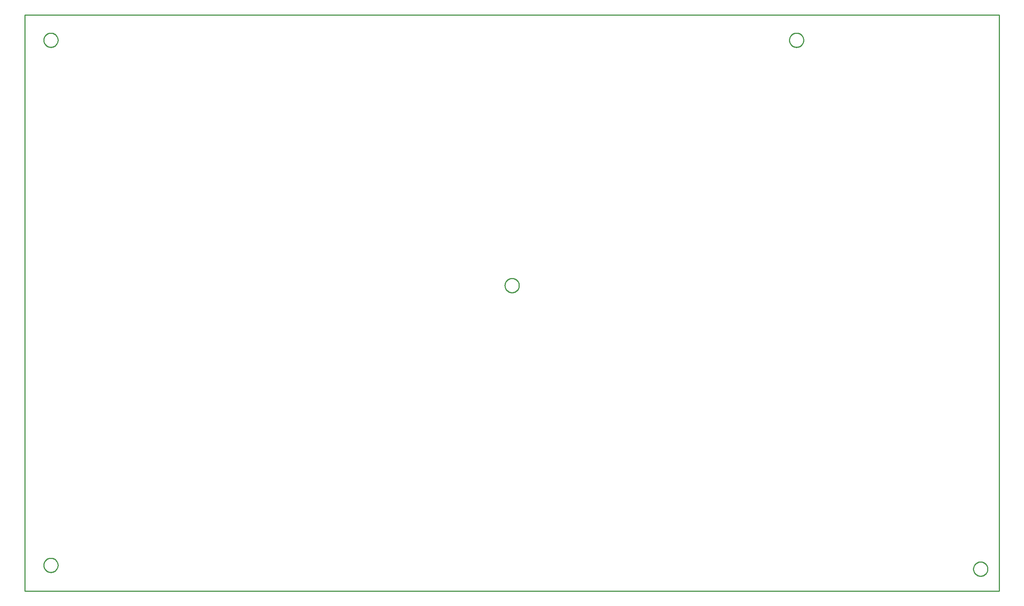
<source format=gbr>
G04 EAGLE Gerber RS-274X export*
G75*
%MOMM*%
%FSLAX34Y34*%
%LPD*%
%IN*%
%IPPOS*%
%AMOC8*
5,1,8,0,0,1.08239X$1,22.5*%
G01*
%ADD10C,0.254000*%


D10*
X0Y0D02*
X2260600Y0D01*
X2260600Y1338580D01*
X0Y1338580D01*
X0Y0D01*
X1806500Y1279460D02*
X1806429Y1278382D01*
X1806288Y1277311D01*
X1806078Y1276251D01*
X1805798Y1275208D01*
X1805451Y1274185D01*
X1805037Y1273187D01*
X1804560Y1272218D01*
X1804019Y1271282D01*
X1803419Y1270384D01*
X1802762Y1269527D01*
X1802049Y1268715D01*
X1801285Y1267951D01*
X1800473Y1267239D01*
X1799616Y1266581D01*
X1798718Y1265981D01*
X1797782Y1265441D01*
X1796813Y1264963D01*
X1795815Y1264549D01*
X1794792Y1264202D01*
X1793749Y1263922D01*
X1792689Y1263712D01*
X1791618Y1263571D01*
X1790540Y1263500D01*
X1789460Y1263500D01*
X1788382Y1263571D01*
X1787311Y1263712D01*
X1786251Y1263922D01*
X1785208Y1264202D01*
X1784185Y1264549D01*
X1783187Y1264963D01*
X1782218Y1265441D01*
X1781282Y1265981D01*
X1780384Y1266581D01*
X1779527Y1267239D01*
X1778715Y1267951D01*
X1777951Y1268715D01*
X1777239Y1269527D01*
X1776581Y1270384D01*
X1775981Y1271282D01*
X1775441Y1272218D01*
X1774963Y1273187D01*
X1774549Y1274185D01*
X1774202Y1275208D01*
X1773922Y1276251D01*
X1773712Y1277311D01*
X1773571Y1278382D01*
X1773500Y1279460D01*
X1773500Y1280540D01*
X1773571Y1281618D01*
X1773712Y1282689D01*
X1773922Y1283749D01*
X1774202Y1284792D01*
X1774549Y1285815D01*
X1774963Y1286813D01*
X1775441Y1287782D01*
X1775981Y1288718D01*
X1776581Y1289616D01*
X1777239Y1290473D01*
X1777951Y1291285D01*
X1778715Y1292049D01*
X1779527Y1292762D01*
X1780384Y1293419D01*
X1781282Y1294019D01*
X1782218Y1294560D01*
X1783187Y1295037D01*
X1784185Y1295451D01*
X1785208Y1295798D01*
X1786251Y1296078D01*
X1787311Y1296288D01*
X1788382Y1296429D01*
X1789460Y1296500D01*
X1790540Y1296500D01*
X1791618Y1296429D01*
X1792689Y1296288D01*
X1793749Y1296078D01*
X1794792Y1295798D01*
X1795815Y1295451D01*
X1796813Y1295037D01*
X1797782Y1294560D01*
X1798718Y1294019D01*
X1799616Y1293419D01*
X1800473Y1292762D01*
X1801285Y1292049D01*
X1802049Y1291285D01*
X1802762Y1290473D01*
X1803419Y1289616D01*
X1804019Y1288718D01*
X1804560Y1287782D01*
X1805037Y1286813D01*
X1805451Y1285815D01*
X1805798Y1284792D01*
X1806078Y1283749D01*
X1806288Y1282689D01*
X1806429Y1281618D01*
X1806500Y1280540D01*
X1806500Y1279460D01*
X2233518Y50654D02*
X2233447Y49576D01*
X2233306Y48505D01*
X2233096Y47445D01*
X2232816Y46402D01*
X2232469Y45379D01*
X2232055Y44381D01*
X2231578Y43412D01*
X2231037Y42476D01*
X2230437Y41578D01*
X2229780Y40721D01*
X2229067Y39909D01*
X2228303Y39145D01*
X2227491Y38433D01*
X2226634Y37775D01*
X2225736Y37175D01*
X2224800Y36635D01*
X2223831Y36157D01*
X2222833Y35743D01*
X2221810Y35396D01*
X2220767Y35116D01*
X2219707Y34906D01*
X2218636Y34765D01*
X2217558Y34694D01*
X2216478Y34694D01*
X2215400Y34765D01*
X2214329Y34906D01*
X2213269Y35116D01*
X2212226Y35396D01*
X2211203Y35743D01*
X2210205Y36157D01*
X2209236Y36635D01*
X2208300Y37175D01*
X2207402Y37775D01*
X2206545Y38433D01*
X2205733Y39145D01*
X2204969Y39909D01*
X2204257Y40721D01*
X2203599Y41578D01*
X2202999Y42476D01*
X2202459Y43412D01*
X2201981Y44381D01*
X2201567Y45379D01*
X2201220Y46402D01*
X2200940Y47445D01*
X2200730Y48505D01*
X2200589Y49576D01*
X2200518Y50654D01*
X2200518Y51734D01*
X2200589Y52812D01*
X2200730Y53883D01*
X2200940Y54943D01*
X2201220Y55986D01*
X2201567Y57009D01*
X2201981Y58007D01*
X2202459Y58976D01*
X2202999Y59912D01*
X2203599Y60810D01*
X2204257Y61667D01*
X2204969Y62479D01*
X2205733Y63243D01*
X2206545Y63956D01*
X2207402Y64613D01*
X2208300Y65213D01*
X2209236Y65754D01*
X2210205Y66231D01*
X2211203Y66645D01*
X2212226Y66992D01*
X2213269Y67272D01*
X2214329Y67482D01*
X2215400Y67623D01*
X2216478Y67694D01*
X2217558Y67694D01*
X2218636Y67623D01*
X2219707Y67482D01*
X2220767Y67272D01*
X2221810Y66992D01*
X2222833Y66645D01*
X2223831Y66231D01*
X2224800Y65754D01*
X2225736Y65213D01*
X2226634Y64613D01*
X2227491Y63956D01*
X2228303Y63243D01*
X2229067Y62479D01*
X2229780Y61667D01*
X2230437Y60810D01*
X2231037Y59912D01*
X2231578Y58976D01*
X2232055Y58007D01*
X2232469Y57009D01*
X2232816Y55986D01*
X2233096Y54943D01*
X2233306Y53883D01*
X2233447Y52812D01*
X2233518Y51734D01*
X2233518Y50654D01*
X76500Y59460D02*
X76429Y58382D01*
X76288Y57311D01*
X76078Y56251D01*
X75798Y55208D01*
X75451Y54185D01*
X75037Y53187D01*
X74560Y52218D01*
X74019Y51282D01*
X73419Y50384D01*
X72762Y49527D01*
X72049Y48715D01*
X71285Y47951D01*
X70473Y47239D01*
X69616Y46581D01*
X68718Y45981D01*
X67782Y45441D01*
X66813Y44963D01*
X65815Y44549D01*
X64792Y44202D01*
X63749Y43922D01*
X62689Y43712D01*
X61618Y43571D01*
X60540Y43500D01*
X59460Y43500D01*
X58382Y43571D01*
X57311Y43712D01*
X56251Y43922D01*
X55208Y44202D01*
X54185Y44549D01*
X53187Y44963D01*
X52218Y45441D01*
X51282Y45981D01*
X50384Y46581D01*
X49527Y47239D01*
X48715Y47951D01*
X47951Y48715D01*
X47239Y49527D01*
X46581Y50384D01*
X45981Y51282D01*
X45441Y52218D01*
X44963Y53187D01*
X44549Y54185D01*
X44202Y55208D01*
X43922Y56251D01*
X43712Y57311D01*
X43571Y58382D01*
X43500Y59460D01*
X43500Y60540D01*
X43571Y61618D01*
X43712Y62689D01*
X43922Y63749D01*
X44202Y64792D01*
X44549Y65815D01*
X44963Y66813D01*
X45441Y67782D01*
X45981Y68718D01*
X46581Y69616D01*
X47239Y70473D01*
X47951Y71285D01*
X48715Y72049D01*
X49527Y72762D01*
X50384Y73419D01*
X51282Y74019D01*
X52218Y74560D01*
X53187Y75037D01*
X54185Y75451D01*
X55208Y75798D01*
X56251Y76078D01*
X57311Y76288D01*
X58382Y76429D01*
X59460Y76500D01*
X60540Y76500D01*
X61618Y76429D01*
X62689Y76288D01*
X63749Y76078D01*
X64792Y75798D01*
X65815Y75451D01*
X66813Y75037D01*
X67782Y74560D01*
X68718Y74019D01*
X69616Y73419D01*
X70473Y72762D01*
X71285Y72049D01*
X72049Y71285D01*
X72762Y70473D01*
X73419Y69616D01*
X74019Y68718D01*
X74560Y67782D01*
X75037Y66813D01*
X75451Y65815D01*
X75798Y64792D01*
X76078Y63749D01*
X76288Y62689D01*
X76429Y61618D01*
X76500Y60540D01*
X76500Y59460D01*
X76500Y1279460D02*
X76429Y1278382D01*
X76288Y1277311D01*
X76078Y1276251D01*
X75798Y1275208D01*
X75451Y1274185D01*
X75037Y1273187D01*
X74560Y1272218D01*
X74019Y1271282D01*
X73419Y1270384D01*
X72762Y1269527D01*
X72049Y1268715D01*
X71285Y1267951D01*
X70473Y1267239D01*
X69616Y1266581D01*
X68718Y1265981D01*
X67782Y1265441D01*
X66813Y1264963D01*
X65815Y1264549D01*
X64792Y1264202D01*
X63749Y1263922D01*
X62689Y1263712D01*
X61618Y1263571D01*
X60540Y1263500D01*
X59460Y1263500D01*
X58382Y1263571D01*
X57311Y1263712D01*
X56251Y1263922D01*
X55208Y1264202D01*
X54185Y1264549D01*
X53187Y1264963D01*
X52218Y1265441D01*
X51282Y1265981D01*
X50384Y1266581D01*
X49527Y1267239D01*
X48715Y1267951D01*
X47951Y1268715D01*
X47239Y1269527D01*
X46581Y1270384D01*
X45981Y1271282D01*
X45441Y1272218D01*
X44963Y1273187D01*
X44549Y1274185D01*
X44202Y1275208D01*
X43922Y1276251D01*
X43712Y1277311D01*
X43571Y1278382D01*
X43500Y1279460D01*
X43500Y1280540D01*
X43571Y1281618D01*
X43712Y1282689D01*
X43922Y1283749D01*
X44202Y1284792D01*
X44549Y1285815D01*
X44963Y1286813D01*
X45441Y1287782D01*
X45981Y1288718D01*
X46581Y1289616D01*
X47239Y1290473D01*
X47951Y1291285D01*
X48715Y1292049D01*
X49527Y1292762D01*
X50384Y1293419D01*
X51282Y1294019D01*
X52218Y1294560D01*
X53187Y1295037D01*
X54185Y1295451D01*
X55208Y1295798D01*
X56251Y1296078D01*
X57311Y1296288D01*
X58382Y1296429D01*
X59460Y1296500D01*
X60540Y1296500D01*
X61618Y1296429D01*
X62689Y1296288D01*
X63749Y1296078D01*
X64792Y1295798D01*
X65815Y1295451D01*
X66813Y1295037D01*
X67782Y1294560D01*
X68718Y1294019D01*
X69616Y1293419D01*
X70473Y1292762D01*
X71285Y1292049D01*
X72049Y1291285D01*
X72762Y1290473D01*
X73419Y1289616D01*
X74019Y1288718D01*
X74560Y1287782D01*
X75037Y1286813D01*
X75451Y1285815D01*
X75798Y1284792D01*
X76078Y1283749D01*
X76288Y1282689D01*
X76429Y1281618D01*
X76500Y1280540D01*
X76500Y1279460D01*
X1146500Y709460D02*
X1146429Y708382D01*
X1146288Y707311D01*
X1146078Y706251D01*
X1145798Y705208D01*
X1145451Y704185D01*
X1145037Y703187D01*
X1144560Y702218D01*
X1144019Y701282D01*
X1143419Y700384D01*
X1142762Y699527D01*
X1142049Y698715D01*
X1141285Y697951D01*
X1140473Y697239D01*
X1139616Y696581D01*
X1138718Y695981D01*
X1137782Y695441D01*
X1136813Y694963D01*
X1135815Y694549D01*
X1134792Y694202D01*
X1133749Y693922D01*
X1132689Y693712D01*
X1131618Y693571D01*
X1130540Y693500D01*
X1129460Y693500D01*
X1128382Y693571D01*
X1127311Y693712D01*
X1126251Y693922D01*
X1125208Y694202D01*
X1124185Y694549D01*
X1123187Y694963D01*
X1122218Y695441D01*
X1121282Y695981D01*
X1120384Y696581D01*
X1119527Y697239D01*
X1118715Y697951D01*
X1117951Y698715D01*
X1117239Y699527D01*
X1116581Y700384D01*
X1115981Y701282D01*
X1115441Y702218D01*
X1114963Y703187D01*
X1114549Y704185D01*
X1114202Y705208D01*
X1113922Y706251D01*
X1113712Y707311D01*
X1113571Y708382D01*
X1113500Y709460D01*
X1113500Y710540D01*
X1113571Y711618D01*
X1113712Y712689D01*
X1113922Y713749D01*
X1114202Y714792D01*
X1114549Y715815D01*
X1114963Y716813D01*
X1115441Y717782D01*
X1115981Y718718D01*
X1116581Y719616D01*
X1117239Y720473D01*
X1117951Y721285D01*
X1118715Y722049D01*
X1119527Y722762D01*
X1120384Y723419D01*
X1121282Y724019D01*
X1122218Y724560D01*
X1123187Y725037D01*
X1124185Y725451D01*
X1125208Y725798D01*
X1126251Y726078D01*
X1127311Y726288D01*
X1128382Y726429D01*
X1129460Y726500D01*
X1130540Y726500D01*
X1131618Y726429D01*
X1132689Y726288D01*
X1133749Y726078D01*
X1134792Y725798D01*
X1135815Y725451D01*
X1136813Y725037D01*
X1137782Y724560D01*
X1138718Y724019D01*
X1139616Y723419D01*
X1140473Y722762D01*
X1141285Y722049D01*
X1142049Y721285D01*
X1142762Y720473D01*
X1143419Y719616D01*
X1144019Y718718D01*
X1144560Y717782D01*
X1145037Y716813D01*
X1145451Y715815D01*
X1145798Y714792D01*
X1146078Y713749D01*
X1146288Y712689D01*
X1146429Y711618D01*
X1146500Y710540D01*
X1146500Y709460D01*
M02*

</source>
